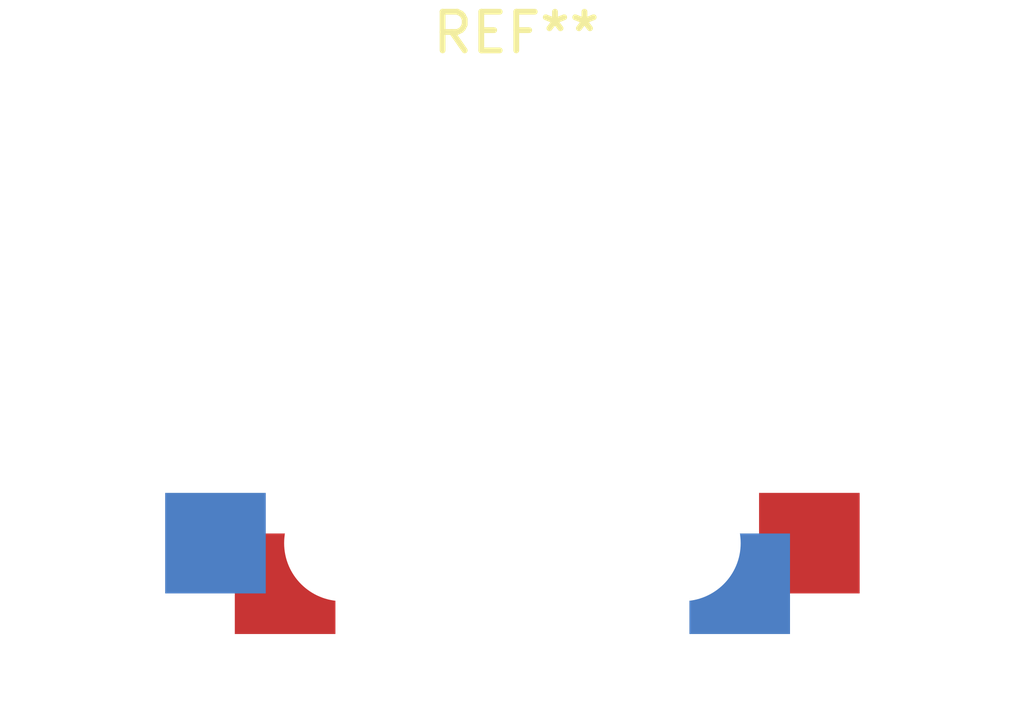
<source format=kicad_pcb>
(kicad_pcb (version 20241229) (generator "pcbnew") (generator_version "9.0")
  (layers (0 "F.Cu" signal) (2 "B.Cu" signal) (13 "F.Paste" user) (15 "B.Paste" user) (5 "F.SilkS" user "F.Silkscreen") (7 "B.SilkS" user "B.Silkscreen") (1 "F.Mask" user) (3 "B.Mask" user) (25 "Edge.Cuts" user))
  (net 0 "")
  (footprint "footprints:gateron-ks27-hotswap-reversible" (layer "F.Cu") (at 68 50)
    (property "Reference" "REF**" (at 0.1 -8.5 0) (layer "F.SilkS"))
    (property "Value" "gateron-ks27-hotswap-reversible")
    (pad "" np_thru_hole circle (at -4.4 4.7) (size 3 3) (drill 3) (layers "*.Cu" "*.Mask"))
    (pad "" np_thru_hole circle (at -2.6 5.75) (size 3 3) (drill 3) (layers "*.Cu" "*.Mask"))
    (pad "" np_thru_hole circle (at 0 0) (size 5 5) (drill 5) (layers "*.Cu" "*.Mask"))
    (pad "" np_thru_hole circle (at 2.6 5.75) (size 3 3) (drill 3) (layers "*.Cu" "*.Mask"))
    (pad "" np_thru_hole circle (at 4.4 4.7) (size 3 3) (drill 3) (layers "*.Cu" "*.Mask"))
    (pad "1" smd rect (at -7.675 4.7) (size 2.6 2.6) (layers "B.Cu" "B.Mask" "B.Paste"))
    (pad "1" smd rect (at -5.875 5.75) (size 2.6 2.6) (layers "F.Cu" "F.Mask" "F.Paste"))
    (pad "2" smd rect (at 5.875 5.75) (size 2.6 2.6) (layers "B.Cu" "B.Mask" "B.Paste"))
    (pad "2" smd rect (at 7.675 4.7) (size 2.6 2.6) (layers "F.Cu" "F.Mask" "F.Paste"))
  )
)
</source>
